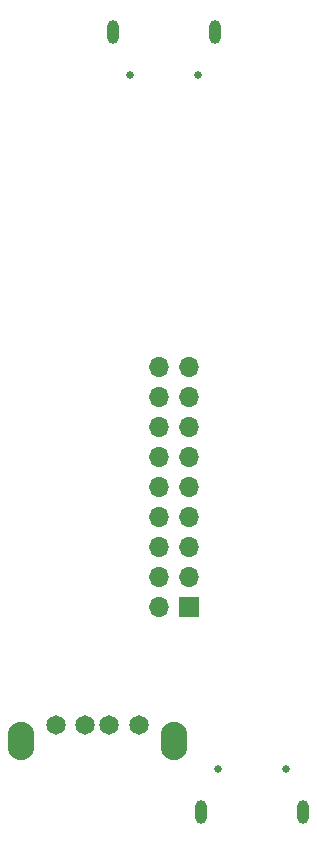
<source format=gbr>
%TF.GenerationSoftware,KiCad,Pcbnew,8.0.2*%
%TF.CreationDate,2024-05-20T21:07:15-07:00*%
%TF.ProjectId,snifferlyzer,736e6966-6665-4726-9c79-7a65722e6b69,rev?*%
%TF.SameCoordinates,Original*%
%TF.FileFunction,Soldermask,Bot*%
%TF.FilePolarity,Negative*%
%FSLAX46Y46*%
G04 Gerber Fmt 4.6, Leading zero omitted, Abs format (unit mm)*
G04 Created by KiCad (PCBNEW 8.0.2) date 2024-05-20 21:07:15*
%MOMM*%
%LPD*%
G01*
G04 APERTURE LIST*
%ADD10C,1.650000*%
%ADD11O,2.250000X3.250000*%
%ADD12R,1.700000X1.700000*%
%ADD13O,1.700000X1.700000*%
%ADD14C,0.650000*%
%ADD15O,1.000000X2.000000*%
G04 APERTURE END LIST*
D10*
%TO.C,J1*%
X192715000Y-149906500D03*
X195215000Y-149906500D03*
X197215000Y-149906500D03*
X199715000Y-149906500D03*
D11*
X189745000Y-151246500D03*
X202685000Y-151246500D03*
%TD*%
D12*
%TO.C,J4*%
X204012800Y-139928600D03*
D13*
X201472800Y-139928600D03*
X204012800Y-137388600D03*
X201472800Y-137388600D03*
X204012800Y-134848600D03*
X201472800Y-134848600D03*
X204012800Y-132308600D03*
X201472800Y-132308600D03*
X204012800Y-129768600D03*
X201472800Y-129768600D03*
X204012800Y-127228600D03*
X201472800Y-127228600D03*
X204012800Y-124688600D03*
X201472800Y-124688600D03*
X204012800Y-122148600D03*
X201472800Y-122148600D03*
X204012800Y-119608600D03*
X201472800Y-119608600D03*
%TD*%
D14*
%TO.C,J2*%
X204774800Y-94869000D03*
X198994800Y-94869000D03*
D15*
X206204800Y-91189000D03*
X197564800Y-91189000D03*
%TD*%
D14*
%TO.C,J3*%
X206456800Y-153590200D03*
X212236800Y-153590200D03*
D15*
X205026800Y-157270200D03*
X213666800Y-157270200D03*
%TD*%
M02*

</source>
